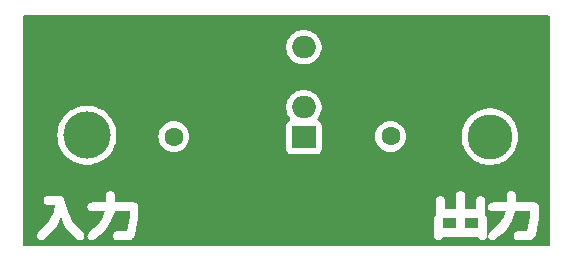
<source format=gbr>
%TF.GenerationSoftware,KiCad,Pcbnew,8.0.5*%
%TF.CreationDate,2024-09-19T19:13:46+09:00*%
%TF.ProjectId,led_supply,6c65645f-7375-4707-906c-792e6b696361,rev?*%
%TF.SameCoordinates,Original*%
%TF.FileFunction,Copper,L1,Top*%
%TF.FilePolarity,Positive*%
%FSLAX46Y46*%
G04 Gerber Fmt 4.6, Leading zero omitted, Abs format (unit mm)*
G04 Created by KiCad (PCBNEW 8.0.5) date 2024-09-19 19:13:46*
%MOMM*%
%LPD*%
G01*
G04 APERTURE LIST*
%ADD10C,0.750000*%
%TA.AperFunction,ComponentPad*%
%ADD11R,2.000000X1.905000*%
%TD*%
%TA.AperFunction,ComponentPad*%
%ADD12O,2.000000X1.905000*%
%TD*%
%TA.AperFunction,ComponentPad*%
%ADD13R,3.800000X3.800000*%
%TD*%
%TA.AperFunction,ComponentPad*%
%ADD14C,3.800000*%
%TD*%
%TA.AperFunction,ComponentPad*%
%ADD15C,4.000000*%
%TD*%
%TA.AperFunction,ComponentPad*%
%ADD16C,1.600000*%
%TD*%
G04 APERTURE END LIST*
D10*
G36*
X147511278Y-96563142D02*
G01*
X146404135Y-96563142D01*
X146404135Y-95795285D01*
X146400927Y-95746338D01*
X146399688Y-95741714D01*
X147511278Y-95741714D01*
X147511278Y-96563142D01*
G37*
G36*
X149371629Y-95746338D02*
G01*
X149368421Y-95795285D01*
X149368421Y-96563142D01*
X148261278Y-96563142D01*
X148261278Y-95741714D01*
X149372868Y-95741714D01*
X149371629Y-95746338D01*
G37*
G36*
X154921992Y-97973857D02*
G01*
X145279135Y-97973857D01*
X145279135Y-95795285D01*
X145654135Y-95795285D01*
X145654135Y-97223857D01*
X145657343Y-97272804D01*
X145682680Y-97367363D01*
X145731627Y-97452143D01*
X145800849Y-97521365D01*
X145885629Y-97570312D01*
X145980188Y-97595649D01*
X146078082Y-97595649D01*
X146172641Y-97570312D01*
X146257421Y-97521365D01*
X146326643Y-97452143D01*
X146375590Y-97367363D01*
X146390118Y-97313142D01*
X149382438Y-97313142D01*
X149396966Y-97367363D01*
X149445913Y-97452143D01*
X149515135Y-97521365D01*
X149599915Y-97570312D01*
X149694474Y-97595649D01*
X149792368Y-97595649D01*
X149886927Y-97570312D01*
X149971707Y-97521365D01*
X150040929Y-97452143D01*
X150089876Y-97367363D01*
X150115213Y-97272804D01*
X150117432Y-97238943D01*
X150225866Y-97238943D01*
X150242539Y-97335408D01*
X150283609Y-97424270D01*
X150346280Y-97499475D01*
X150426279Y-97555896D01*
X150518156Y-97589691D01*
X150615649Y-97598554D01*
X150712114Y-97581881D01*
X150800976Y-97540811D01*
X150840632Y-97511940D01*
X151697775Y-96797654D01*
X151733323Y-96763855D01*
X151741336Y-96752493D01*
X151751332Y-96742828D01*
X151779266Y-96702507D01*
X152207837Y-95988221D01*
X152211304Y-95981477D01*
X152213299Y-95978812D01*
X152221541Y-95961570D01*
X152230269Y-95944599D01*
X152231183Y-95941402D01*
X152234456Y-95934557D01*
X152520171Y-95220272D01*
X152535371Y-95173634D01*
X152535770Y-95170285D01*
X153796992Y-95170285D01*
X153796992Y-95615294D01*
X153550279Y-96848857D01*
X152743420Y-96848857D01*
X152694473Y-96852065D01*
X152599914Y-96877402D01*
X152515134Y-96926349D01*
X152445912Y-96995571D01*
X152396965Y-97080351D01*
X152371628Y-97174910D01*
X152371628Y-97272804D01*
X152396965Y-97367363D01*
X152445912Y-97452143D01*
X152515134Y-97521365D01*
X152599914Y-97570312D01*
X152694473Y-97595649D01*
X152743420Y-97598857D01*
X153743420Y-97598857D01*
X153792367Y-97595649D01*
X153886926Y-97570312D01*
X153971706Y-97521365D01*
X154040928Y-97452143D01*
X154066650Y-97407590D01*
X154133237Y-97363199D01*
X154197860Y-97289665D01*
X154241250Y-97201911D01*
X154253995Y-97154544D01*
X154539710Y-95725972D01*
X154542179Y-95707362D01*
X154543784Y-95701375D01*
X154544574Y-95689318D01*
X154546163Y-95677346D01*
X154545764Y-95671161D01*
X154546992Y-95652428D01*
X154546992Y-94795285D01*
X154543784Y-94746338D01*
X154518447Y-94651779D01*
X154469500Y-94566999D01*
X154400278Y-94497777D01*
X154315498Y-94448830D01*
X154220939Y-94423493D01*
X154171992Y-94420285D01*
X152546992Y-94420285D01*
X152546992Y-93795285D01*
X152543784Y-93746338D01*
X152518447Y-93651779D01*
X152469500Y-93566999D01*
X152400278Y-93497777D01*
X152315498Y-93448830D01*
X152220939Y-93423493D01*
X152123045Y-93423493D01*
X152028486Y-93448830D01*
X151943706Y-93497777D01*
X151874484Y-93566999D01*
X151825537Y-93651779D01*
X151800200Y-93746338D01*
X151796992Y-93795285D01*
X151796992Y-94420285D01*
X150600563Y-94420285D01*
X150551616Y-94423493D01*
X150457057Y-94448830D01*
X150372277Y-94497777D01*
X150303055Y-94566999D01*
X150254108Y-94651779D01*
X150228771Y-94746338D01*
X150228771Y-94844232D01*
X150254108Y-94938791D01*
X150303055Y-95023571D01*
X150372277Y-95092793D01*
X150457057Y-95141740D01*
X150551616Y-95167077D01*
X150600563Y-95170285D01*
X151732390Y-95170285D01*
X151549256Y-95628115D01*
X151168831Y-96262159D01*
X150360494Y-96935774D01*
X150324945Y-96969574D01*
X150268524Y-97049573D01*
X150234729Y-97141450D01*
X150225866Y-97238943D01*
X150117432Y-97238943D01*
X150118421Y-97223857D01*
X150118421Y-95795285D01*
X150115213Y-95746338D01*
X150089876Y-95651779D01*
X150040929Y-95566999D01*
X149971707Y-95497777D01*
X149953213Y-95487099D01*
X149972355Y-95415661D01*
X149975563Y-95366714D01*
X149975563Y-94223857D01*
X149972355Y-94174910D01*
X149947018Y-94080351D01*
X149898071Y-93995571D01*
X149828849Y-93926349D01*
X149744069Y-93877402D01*
X149649510Y-93852065D01*
X149551616Y-93852065D01*
X149457057Y-93877402D01*
X149372277Y-93926349D01*
X149303055Y-93995571D01*
X149254108Y-94080351D01*
X149228771Y-94174910D01*
X149225563Y-94223857D01*
X149225563Y-94991714D01*
X148261278Y-94991714D01*
X148261278Y-93795285D01*
X148258070Y-93746338D01*
X148232733Y-93651779D01*
X148183786Y-93566999D01*
X148114564Y-93497777D01*
X148029784Y-93448830D01*
X147935225Y-93423493D01*
X147837331Y-93423493D01*
X147742772Y-93448830D01*
X147657992Y-93497777D01*
X147588770Y-93566999D01*
X147539823Y-93651779D01*
X147514486Y-93746338D01*
X147511278Y-93795285D01*
X147511278Y-94991714D01*
X146546992Y-94991714D01*
X146546992Y-94223857D01*
X146543784Y-94174910D01*
X146518447Y-94080351D01*
X146469500Y-93995571D01*
X146400278Y-93926349D01*
X146315498Y-93877402D01*
X146220939Y-93852065D01*
X146123045Y-93852065D01*
X146028486Y-93877402D01*
X145943706Y-93926349D01*
X145874484Y-93995571D01*
X145825537Y-94080351D01*
X145800200Y-94174910D01*
X145796992Y-94223857D01*
X145796992Y-95366714D01*
X145800200Y-95415661D01*
X145819342Y-95487100D01*
X145800849Y-95497777D01*
X145731627Y-95566999D01*
X145682680Y-95651779D01*
X145657343Y-95746338D01*
X145654135Y-95795285D01*
X145279135Y-95795285D01*
X145279135Y-93048493D01*
X154921992Y-93048493D01*
X154921992Y-97973857D01*
G37*
G36*
X120991992Y-97973857D02*
G01*
X111638056Y-97973857D01*
X111638056Y-97174910D01*
X112013056Y-97174910D01*
X112013056Y-97272804D01*
X112038394Y-97367364D01*
X112087342Y-97452143D01*
X112156563Y-97521364D01*
X112241342Y-97570312D01*
X112335902Y-97595650D01*
X112433796Y-97595650D01*
X112528356Y-97570312D01*
X112613135Y-97521364D01*
X112650014Y-97489022D01*
X113650014Y-96489022D01*
X113682357Y-96452143D01*
X113688006Y-96442357D01*
X113695500Y-96433907D01*
X113720259Y-96391562D01*
X114070370Y-95691340D01*
X114319440Y-96355528D01*
X114323119Y-96363675D01*
X114324108Y-96367364D01*
X114327218Y-96372752D01*
X114339630Y-96400233D01*
X114357604Y-96425380D01*
X114373056Y-96452143D01*
X114392936Y-96474811D01*
X114396555Y-96479875D01*
X114399503Y-96482301D01*
X114405398Y-96489022D01*
X115405398Y-97489022D01*
X115442277Y-97521365D01*
X115527057Y-97570312D01*
X115621616Y-97595650D01*
X115719511Y-97595650D01*
X115814070Y-97570312D01*
X115898849Y-97521365D01*
X115968071Y-97452143D01*
X116017018Y-97367364D01*
X116042356Y-97272805D01*
X116042356Y-97238943D01*
X116295866Y-97238943D01*
X116312539Y-97335408D01*
X116353609Y-97424270D01*
X116416280Y-97499475D01*
X116496279Y-97555896D01*
X116588156Y-97589691D01*
X116685649Y-97598554D01*
X116782114Y-97581881D01*
X116870976Y-97540811D01*
X116910632Y-97511940D01*
X117767775Y-96797654D01*
X117803323Y-96763855D01*
X117811336Y-96752493D01*
X117821332Y-96742828D01*
X117849266Y-96702507D01*
X118277837Y-95988221D01*
X118281304Y-95981477D01*
X118283299Y-95978812D01*
X118291541Y-95961570D01*
X118300269Y-95944599D01*
X118301183Y-95941402D01*
X118304456Y-95934557D01*
X118590171Y-95220272D01*
X118605371Y-95173634D01*
X118605770Y-95170285D01*
X119866992Y-95170285D01*
X119866992Y-95615294D01*
X119620279Y-96848857D01*
X118813420Y-96848857D01*
X118764473Y-96852065D01*
X118669914Y-96877402D01*
X118585134Y-96926349D01*
X118515912Y-96995571D01*
X118466965Y-97080351D01*
X118441628Y-97174910D01*
X118441628Y-97272804D01*
X118466965Y-97367363D01*
X118515912Y-97452143D01*
X118585134Y-97521365D01*
X118669914Y-97570312D01*
X118764473Y-97595649D01*
X118813420Y-97598857D01*
X119813420Y-97598857D01*
X119862367Y-97595649D01*
X119956926Y-97570312D01*
X120041706Y-97521365D01*
X120110928Y-97452143D01*
X120136650Y-97407590D01*
X120203237Y-97363199D01*
X120267860Y-97289665D01*
X120311250Y-97201911D01*
X120323995Y-97154544D01*
X120609710Y-95725972D01*
X120612179Y-95707362D01*
X120613784Y-95701375D01*
X120614574Y-95689318D01*
X120616163Y-95677346D01*
X120615764Y-95671161D01*
X120616992Y-95652428D01*
X120616992Y-94795285D01*
X120613784Y-94746338D01*
X120588447Y-94651779D01*
X120539500Y-94566999D01*
X120470278Y-94497777D01*
X120385498Y-94448830D01*
X120290939Y-94423493D01*
X120241992Y-94420285D01*
X118616992Y-94420285D01*
X118616992Y-93795285D01*
X118613784Y-93746338D01*
X118588447Y-93651779D01*
X118539500Y-93566999D01*
X118470278Y-93497777D01*
X118385498Y-93448830D01*
X118290939Y-93423493D01*
X118193045Y-93423493D01*
X118098486Y-93448830D01*
X118013706Y-93497777D01*
X117944484Y-93566999D01*
X117895537Y-93651779D01*
X117870200Y-93746338D01*
X117866992Y-93795285D01*
X117866992Y-94420285D01*
X116670563Y-94420285D01*
X116621616Y-94423493D01*
X116527057Y-94448830D01*
X116442277Y-94497777D01*
X116373055Y-94566999D01*
X116324108Y-94651779D01*
X116298771Y-94746338D01*
X116298771Y-94844232D01*
X116324108Y-94938791D01*
X116373055Y-95023571D01*
X116442277Y-95092793D01*
X116527057Y-95141740D01*
X116621616Y-95167077D01*
X116670563Y-95170285D01*
X117802390Y-95170285D01*
X117619256Y-95628115D01*
X117238831Y-96262159D01*
X116430494Y-96935774D01*
X116394945Y-96969574D01*
X116338524Y-97049573D01*
X116304729Y-97141450D01*
X116295866Y-97238943D01*
X116042356Y-97238943D01*
X116042356Y-97174910D01*
X116017018Y-97080351D01*
X115968071Y-96995571D01*
X115935728Y-96958692D01*
X114993165Y-96016129D01*
X114595553Y-94955832D01*
X114312034Y-94105272D01*
X114304382Y-94086508D01*
X114302733Y-94080351D01*
X114299802Y-94075274D01*
X114293513Y-94059851D01*
X114272685Y-94028306D01*
X114253786Y-93995571D01*
X114245796Y-93987581D01*
X114239574Y-93978157D01*
X114211296Y-93953081D01*
X114184564Y-93926349D01*
X114174780Y-93920700D01*
X114166329Y-93913206D01*
X114132515Y-93896299D01*
X114099784Y-93877402D01*
X114088874Y-93874478D01*
X114078769Y-93869426D01*
X114041731Y-93861846D01*
X114005225Y-93852065D01*
X113988607Y-93850975D01*
X113982861Y-93849800D01*
X113976495Y-93850182D01*
X113956278Y-93848857D01*
X112956278Y-93848857D01*
X112907331Y-93852065D01*
X112812772Y-93877402D01*
X112727992Y-93926349D01*
X112658770Y-93995571D01*
X112609823Y-94080351D01*
X112584486Y-94174910D01*
X112584486Y-94272804D01*
X112609823Y-94367363D01*
X112658770Y-94452143D01*
X112727992Y-94521365D01*
X112812772Y-94570312D01*
X112907331Y-94595649D01*
X112956278Y-94598857D01*
X113561224Y-94598857D01*
X113452792Y-95249445D01*
X113076654Y-96001721D01*
X112119684Y-96958692D01*
X112087342Y-96995571D01*
X112038394Y-97080350D01*
X112013056Y-97174910D01*
X111638056Y-97174910D01*
X111638056Y-93048493D01*
X120991992Y-93048493D01*
X120991992Y-97973857D01*
G37*
D11*
%TO.P,U1,1,Vin*%
%TO.N,Net-(J1-Pin_2)*%
X134620000Y-88900000D03*
D12*
%TO.P,U1,2,Vout*%
%TO.N,Net-(J2-Pin_2)*%
X134620000Y-86360000D03*
%TO.P,U1,3,GND*%
%TO.N,GND*%
X134620000Y-83820000D03*
%TO.P,U1,4,Control*%
%TO.N,Net-(J1-Pin_2)*%
X134620000Y-81280000D03*
%TD*%
D13*
%TO.P,J2,1,Pin_1*%
%TO.N,GND*%
X150380000Y-83840000D03*
D14*
%TO.P,J2,2,Pin_2*%
%TO.N,Net-(J2-Pin_2)*%
X150380000Y-88840000D03*
%TD*%
D13*
%TO.P,J1,1,Pin_1*%
%TO.N,GND*%
X116250000Y-83730000D03*
D15*
%TO.P,J1,2,Pin_2*%
%TO.N,Net-(J1-Pin_2)*%
X116250000Y-88730000D03*
%TD*%
D16*
%TO.P,C2,1*%
%TO.N,Net-(J2-Pin_2)*%
X141960000Y-88820000D03*
%TO.P,C2,2*%
%TO.N,GND*%
X141960000Y-83820000D03*
%TD*%
%TO.P,C1,1*%
%TO.N,Net-(J1-Pin_2)*%
X123610000Y-88840000D03*
%TO.P,C1,2*%
%TO.N,GND*%
X123610000Y-83840000D03*
%TD*%
%TA.AperFunction,Conductor*%
%TO.N,GND*%
G36*
X155382539Y-78590185D02*
G01*
X155428294Y-78642989D01*
X155439500Y-78694500D01*
X155439500Y-98005500D01*
X155419815Y-98072539D01*
X155367011Y-98118294D01*
X155315500Y-98129500D01*
X110974500Y-98129500D01*
X110907461Y-98109815D01*
X110861706Y-98057011D01*
X110850500Y-98005500D01*
X110850500Y-97606766D01*
X112004849Y-97606766D01*
X120624382Y-97606766D01*
X145649135Y-97606766D01*
X154554382Y-97606766D01*
X154554382Y-93415285D01*
X145649135Y-93415285D01*
X145649135Y-97606766D01*
X120624382Y-97606766D01*
X120624382Y-93415285D01*
X112004849Y-93415285D01*
X112004849Y-97606766D01*
X110850500Y-97606766D01*
X110850500Y-88729994D01*
X113744556Y-88729994D01*
X113744556Y-88730005D01*
X113764310Y-89044004D01*
X113764311Y-89044011D01*
X113768637Y-89066686D01*
X113806752Y-89266496D01*
X113823270Y-89353083D01*
X113920497Y-89652316D01*
X113920499Y-89652321D01*
X114054461Y-89937003D01*
X114054464Y-89937009D01*
X114223051Y-90202661D01*
X114223054Y-90202665D01*
X114423606Y-90445090D01*
X114423608Y-90445092D01*
X114652968Y-90660476D01*
X114652978Y-90660484D01*
X114907504Y-90845408D01*
X114907509Y-90845410D01*
X114907516Y-90845416D01*
X115183234Y-90996994D01*
X115183239Y-90996996D01*
X115183241Y-90996997D01*
X115183242Y-90996998D01*
X115475771Y-91112818D01*
X115475774Y-91112819D01*
X115780523Y-91191065D01*
X115780527Y-91191066D01*
X115846010Y-91199338D01*
X116092670Y-91230499D01*
X116092679Y-91230499D01*
X116092682Y-91230500D01*
X116092684Y-91230500D01*
X116407316Y-91230500D01*
X116407318Y-91230500D01*
X116407321Y-91230499D01*
X116407329Y-91230499D01*
X116593593Y-91206968D01*
X116719473Y-91191066D01*
X117024225Y-91112819D01*
X117024228Y-91112818D01*
X117316757Y-90996998D01*
X117316758Y-90996997D01*
X117316756Y-90996997D01*
X117316766Y-90996994D01*
X117592484Y-90845416D01*
X117847030Y-90660478D01*
X118076390Y-90445094D01*
X118276947Y-90202663D01*
X118445537Y-89937007D01*
X118579503Y-89652315D01*
X118676731Y-89353079D01*
X118735688Y-89044015D01*
X118748523Y-88840005D01*
X118748523Y-88839998D01*
X122304532Y-88839998D01*
X122304532Y-88840001D01*
X122324364Y-89066686D01*
X122324366Y-89066697D01*
X122383258Y-89286488D01*
X122383261Y-89286497D01*
X122479431Y-89492732D01*
X122479432Y-89492734D01*
X122609954Y-89679141D01*
X122770858Y-89840045D01*
X122770861Y-89840047D01*
X122957266Y-89970568D01*
X123163504Y-90066739D01*
X123383308Y-90125635D01*
X123545230Y-90139801D01*
X123609998Y-90145468D01*
X123610000Y-90145468D01*
X123610002Y-90145468D01*
X123666673Y-90140509D01*
X123836692Y-90125635D01*
X124056496Y-90066739D01*
X124262734Y-89970568D01*
X124449139Y-89840047D01*
X124610047Y-89679139D01*
X124740568Y-89492734D01*
X124836739Y-89286496D01*
X124895635Y-89066692D01*
X124915468Y-88840000D01*
X124915467Y-88839994D01*
X124895635Y-88613313D01*
X124895635Y-88613308D01*
X124836739Y-88393504D01*
X124740568Y-88187266D01*
X124610047Y-88000861D01*
X124610045Y-88000858D01*
X124449141Y-87839954D01*
X124262734Y-87709432D01*
X124262732Y-87709431D01*
X124056497Y-87613261D01*
X124056488Y-87613258D01*
X123836697Y-87554366D01*
X123836693Y-87554365D01*
X123836692Y-87554365D01*
X123836691Y-87554364D01*
X123836686Y-87554364D01*
X123610002Y-87534532D01*
X123609998Y-87534532D01*
X123383313Y-87554364D01*
X123383302Y-87554366D01*
X123163511Y-87613258D01*
X123163502Y-87613261D01*
X122957267Y-87709431D01*
X122957265Y-87709432D01*
X122770858Y-87839954D01*
X122609954Y-88000858D01*
X122479432Y-88187265D01*
X122479431Y-88187267D01*
X122383261Y-88393502D01*
X122383258Y-88393511D01*
X122324366Y-88613302D01*
X122324364Y-88613313D01*
X122304532Y-88839998D01*
X118748523Y-88839998D01*
X118755444Y-88730005D01*
X118755444Y-88729994D01*
X118735689Y-88415995D01*
X118735688Y-88415988D01*
X118735688Y-88415985D01*
X118676731Y-88106921D01*
X118579503Y-87807685D01*
X118445537Y-87522993D01*
X118397311Y-87447001D01*
X118276948Y-87257338D01*
X118276945Y-87257334D01*
X118076393Y-87014909D01*
X118076391Y-87014907D01*
X117847031Y-86799523D01*
X117847021Y-86799515D01*
X117592495Y-86614591D01*
X117592488Y-86614586D01*
X117592484Y-86614584D01*
X117316766Y-86463006D01*
X117316763Y-86463004D01*
X117316758Y-86463002D01*
X117316757Y-86463001D01*
X117024228Y-86347181D01*
X117024225Y-86347180D01*
X116719476Y-86268934D01*
X116719463Y-86268932D01*
X116535137Y-86245646D01*
X133119500Y-86245646D01*
X133119500Y-86474353D01*
X133155278Y-86700246D01*
X133155278Y-86700249D01*
X133225950Y-86917755D01*
X133225952Y-86917758D01*
X133329783Y-87121538D01*
X133462525Y-87304242D01*
X133486005Y-87370046D01*
X133470180Y-87438100D01*
X133420074Y-87486795D01*
X133405541Y-87493308D01*
X133377670Y-87503703D01*
X133377664Y-87503706D01*
X133262455Y-87589952D01*
X133262452Y-87589955D01*
X133176206Y-87705164D01*
X133176202Y-87705171D01*
X133125908Y-87840017D01*
X133119501Y-87899616D01*
X133119501Y-87899623D01*
X133119500Y-87899635D01*
X133119500Y-89900370D01*
X133119501Y-89900376D01*
X133125908Y-89959983D01*
X133176202Y-90094828D01*
X133176206Y-90094835D01*
X133262452Y-90210044D01*
X133262455Y-90210047D01*
X133377664Y-90296293D01*
X133377671Y-90296297D01*
X133512517Y-90346591D01*
X133512516Y-90346591D01*
X133519444Y-90347335D01*
X133572127Y-90353000D01*
X135667872Y-90352999D01*
X135727483Y-90346591D01*
X135862331Y-90296296D01*
X135977546Y-90210046D01*
X136063796Y-90094831D01*
X136114091Y-89959983D01*
X136120500Y-89900373D01*
X136120499Y-88819998D01*
X140654532Y-88819998D01*
X140654532Y-88820001D01*
X140674364Y-89046686D01*
X140674366Y-89046697D01*
X140733258Y-89266488D01*
X140733261Y-89266497D01*
X140829431Y-89472732D01*
X140829432Y-89472734D01*
X140959954Y-89659141D01*
X141120858Y-89820045D01*
X141120861Y-89820047D01*
X141307266Y-89950568D01*
X141513504Y-90046739D01*
X141733308Y-90105635D01*
X141895230Y-90119801D01*
X141959998Y-90125468D01*
X141960000Y-90125468D01*
X141960002Y-90125468D01*
X142016673Y-90120509D01*
X142186692Y-90105635D01*
X142406496Y-90046739D01*
X142612734Y-89950568D01*
X142799139Y-89820047D01*
X142960047Y-89659139D01*
X143090568Y-89472734D01*
X143186739Y-89266496D01*
X143245635Y-89046692D01*
X143263719Y-88839994D01*
X147974754Y-88839994D01*
X147974754Y-88840005D01*
X147993718Y-89141446D01*
X147993719Y-89141453D01*
X148050320Y-89438164D01*
X148143659Y-89725431D01*
X148143661Y-89725436D01*
X148272265Y-89998732D01*
X148272268Y-89998738D01*
X148434111Y-90253763D01*
X148434114Y-90253767D01*
X148434115Y-90253768D01*
X148592390Y-90445090D01*
X148626652Y-90486505D01*
X148846836Y-90693272D01*
X148846846Y-90693280D01*
X149091193Y-90870808D01*
X149091198Y-90870810D01*
X149091205Y-90870816D01*
X149355896Y-91016332D01*
X149355901Y-91016334D01*
X149355903Y-91016335D01*
X149355904Y-91016336D01*
X149636734Y-91127524D01*
X149636737Y-91127525D01*
X149734259Y-91152564D01*
X149929302Y-91202642D01*
X150076039Y-91221179D01*
X150228963Y-91240499D01*
X150228969Y-91240499D01*
X150228973Y-91240500D01*
X150228975Y-91240500D01*
X150531025Y-91240500D01*
X150531027Y-91240500D01*
X150531032Y-91240499D01*
X150531036Y-91240499D01*
X150610591Y-91230448D01*
X150830698Y-91202642D01*
X151123262Y-91127525D01*
X151123265Y-91127524D01*
X151404095Y-91016336D01*
X151404096Y-91016335D01*
X151404094Y-91016335D01*
X151404104Y-91016332D01*
X151668795Y-90870816D01*
X151913162Y-90693274D01*
X152133349Y-90486504D01*
X152325885Y-90253768D01*
X152487733Y-89998736D01*
X152616341Y-89725430D01*
X152709681Y-89438160D01*
X152766280Y-89141457D01*
X152766281Y-89141446D01*
X152785246Y-88840005D01*
X152785246Y-88839994D01*
X152766281Y-88538553D01*
X152766280Y-88538546D01*
X152766280Y-88538543D01*
X152709681Y-88241840D01*
X152616341Y-87954570D01*
X152487733Y-87681264D01*
X152387293Y-87522996D01*
X152325888Y-87426236D01*
X152279404Y-87370046D01*
X152133349Y-87193496D01*
X151913162Y-86986726D01*
X151913159Y-86986724D01*
X151913153Y-86986719D01*
X151668806Y-86809191D01*
X151668799Y-86809186D01*
X151668795Y-86809184D01*
X151404104Y-86663668D01*
X151404101Y-86663666D01*
X151404096Y-86663664D01*
X151404095Y-86663663D01*
X151123265Y-86552475D01*
X151123262Y-86552474D01*
X150830695Y-86477357D01*
X150531036Y-86439500D01*
X150531027Y-86439500D01*
X150228973Y-86439500D01*
X150228963Y-86439500D01*
X149929304Y-86477357D01*
X149636737Y-86552474D01*
X149636734Y-86552475D01*
X149355904Y-86663663D01*
X149355903Y-86663664D01*
X149091205Y-86809184D01*
X149091193Y-86809191D01*
X148846846Y-86986719D01*
X148846836Y-86986727D01*
X148626652Y-87193494D01*
X148434111Y-87426236D01*
X148272268Y-87681261D01*
X148272265Y-87681267D01*
X148143661Y-87954563D01*
X148143659Y-87954568D01*
X148050320Y-88241835D01*
X147993719Y-88538546D01*
X147993718Y-88538553D01*
X147974754Y-88839994D01*
X143263719Y-88839994D01*
X143265468Y-88820000D01*
X143245635Y-88593308D01*
X143198124Y-88415995D01*
X143186741Y-88373511D01*
X143186738Y-88373502D01*
X143090568Y-88167266D01*
X142960047Y-87980861D01*
X142960045Y-87980858D01*
X142799141Y-87819954D01*
X142612734Y-87689432D01*
X142612732Y-87689431D01*
X142406497Y-87593261D01*
X142406488Y-87593258D01*
X142186697Y-87534366D01*
X142186693Y-87534365D01*
X142186692Y-87534365D01*
X142186691Y-87534364D01*
X142186686Y-87534364D01*
X141960002Y-87514532D01*
X141959998Y-87514532D01*
X141733313Y-87534364D01*
X141733302Y-87534366D01*
X141513511Y-87593258D01*
X141513502Y-87593261D01*
X141307267Y-87689431D01*
X141307265Y-87689432D01*
X141120858Y-87819954D01*
X140959954Y-87980858D01*
X140829432Y-88167265D01*
X140829431Y-88167267D01*
X140733261Y-88373502D01*
X140733258Y-88373511D01*
X140674366Y-88593302D01*
X140674364Y-88593313D01*
X140654532Y-88819998D01*
X136120499Y-88819998D01*
X136120499Y-87899628D01*
X136114091Y-87840017D01*
X136114067Y-87839953D01*
X136063797Y-87705171D01*
X136063793Y-87705164D01*
X135977547Y-87589955D01*
X135977544Y-87589952D01*
X135862335Y-87503706D01*
X135862328Y-87503702D01*
X135834459Y-87493308D01*
X135778525Y-87451437D01*
X135754108Y-87385973D01*
X135768960Y-87317700D01*
X135777460Y-87304260D01*
X135910217Y-87121538D01*
X136014048Y-86917758D01*
X136014049Y-86917755D01*
X136084721Y-86700249D01*
X136084721Y-86700248D01*
X136084722Y-86700245D01*
X136120500Y-86474354D01*
X136120500Y-86245646D01*
X136084722Y-86019755D01*
X136084721Y-86019751D01*
X136084721Y-86019750D01*
X136014049Y-85802244D01*
X135910216Y-85598461D01*
X135775786Y-85413434D01*
X135614066Y-85251714D01*
X135429038Y-85117283D01*
X135225255Y-85013450D01*
X135007748Y-84942778D01*
X134838326Y-84915944D01*
X134781854Y-84907000D01*
X134458146Y-84907000D01*
X134382849Y-84918926D01*
X134232253Y-84942778D01*
X134232250Y-84942778D01*
X134014744Y-85013450D01*
X133810961Y-85117283D01*
X133705396Y-85193980D01*
X133625934Y-85251714D01*
X133625932Y-85251716D01*
X133625931Y-85251716D01*
X133464216Y-85413431D01*
X133464216Y-85413432D01*
X133464214Y-85413434D01*
X133406480Y-85492896D01*
X133329783Y-85598461D01*
X133225950Y-85802244D01*
X133155278Y-86019750D01*
X133155278Y-86019753D01*
X133119500Y-86245646D01*
X116535137Y-86245646D01*
X116407329Y-86229500D01*
X116407318Y-86229500D01*
X116092682Y-86229500D01*
X116092670Y-86229500D01*
X115780536Y-86268932D01*
X115780523Y-86268934D01*
X115475774Y-86347180D01*
X115475771Y-86347181D01*
X115183242Y-86463001D01*
X115183241Y-86463002D01*
X114907516Y-86614584D01*
X114907504Y-86614591D01*
X114652978Y-86799515D01*
X114652968Y-86799523D01*
X114423608Y-87014907D01*
X114423606Y-87014909D01*
X114223054Y-87257334D01*
X114223051Y-87257338D01*
X114054464Y-87522990D01*
X114054461Y-87522996D01*
X113920499Y-87807678D01*
X113920497Y-87807683D01*
X113823270Y-88106916D01*
X113764311Y-88415988D01*
X113764310Y-88415995D01*
X113744556Y-88729994D01*
X110850500Y-88729994D01*
X110850500Y-81165646D01*
X133119500Y-81165646D01*
X133119500Y-81394353D01*
X133155278Y-81620246D01*
X133155278Y-81620249D01*
X133225950Y-81837755D01*
X133225952Y-81837758D01*
X133329783Y-82041538D01*
X133464214Y-82226566D01*
X133625934Y-82388286D01*
X133810962Y-82522717D01*
X134014742Y-82626548D01*
X134014744Y-82626549D01*
X134232251Y-82697221D01*
X134232252Y-82697221D01*
X134232255Y-82697222D01*
X134458146Y-82733000D01*
X134458147Y-82733000D01*
X134781853Y-82733000D01*
X134781854Y-82733000D01*
X135007745Y-82697222D01*
X135007748Y-82697221D01*
X135007749Y-82697221D01*
X135225255Y-82626549D01*
X135225255Y-82626548D01*
X135225258Y-82626548D01*
X135429038Y-82522717D01*
X135614066Y-82388286D01*
X135775786Y-82226566D01*
X135910217Y-82041538D01*
X136014048Y-81837758D01*
X136084722Y-81620245D01*
X136120500Y-81394354D01*
X136120500Y-81165646D01*
X136084722Y-80939755D01*
X136084721Y-80939751D01*
X136084721Y-80939750D01*
X136014049Y-80722244D01*
X135910216Y-80518461D01*
X135775786Y-80333434D01*
X135614066Y-80171714D01*
X135429038Y-80037283D01*
X135225255Y-79933450D01*
X135007748Y-79862778D01*
X134838326Y-79835944D01*
X134781854Y-79827000D01*
X134458146Y-79827000D01*
X134382849Y-79838926D01*
X134232253Y-79862778D01*
X134232250Y-79862778D01*
X134014744Y-79933450D01*
X133810961Y-80037283D01*
X133705396Y-80113980D01*
X133625934Y-80171714D01*
X133625932Y-80171716D01*
X133625931Y-80171716D01*
X133464216Y-80333431D01*
X133464216Y-80333432D01*
X133464214Y-80333434D01*
X133406480Y-80412896D01*
X133329783Y-80518461D01*
X133225950Y-80722244D01*
X133155278Y-80939750D01*
X133155278Y-80939753D01*
X133119500Y-81165646D01*
X110850500Y-81165646D01*
X110850500Y-78694500D01*
X110870185Y-78627461D01*
X110922989Y-78581706D01*
X110974500Y-78570500D01*
X155315500Y-78570500D01*
X155382539Y-78590185D01*
G37*
%TD.AperFunction*%
%TD*%
M02*

</source>
